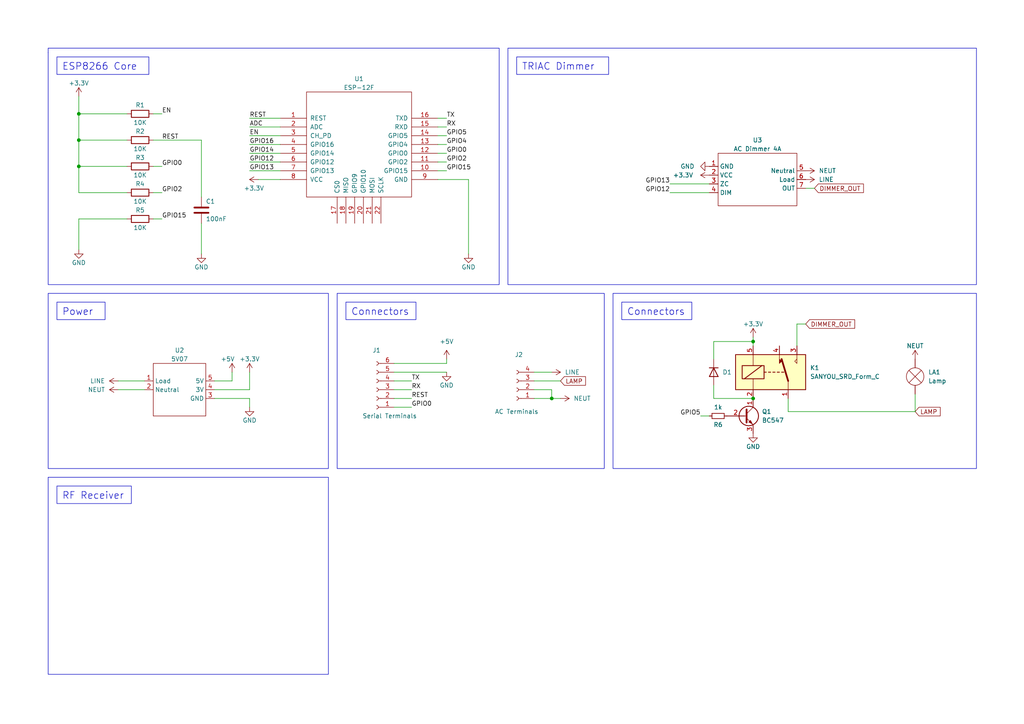
<source format=kicad_sch>
(kicad_sch (version 20230121) (generator eeschema)
  (paper "A4")
  (title_block (title "Wi-Fi + RF AC Dimmer") (date "2023-08-23") (rev "2.0.0") (company "Pablo Ortiz López") (comment 1 "ortizma.com"))
  (lib_symbols
    (symbol "5V07:5V07"
      (property "Reference" "U" (at 0 -2.54 0))
      (symbol "5V07_0_1"
        (rectangle (start -7.62 10.16) (end 7.62 -5.08))
      )
      (symbol "5V07_1_1"
        (pin input line (at -10.16 5.08 0) (length 2.54) (name "Load") (number "1"))
        (pin input line (at -10.16 2.54 0) (length 2.54) (name "Neutral") (number "2"))
        (pin output line (at 10.16 0 180) (length 2.54) (name "GND") (number "3"))
        (pin output line (at 10.16 2.54 180) (length 2.54) (name "3V") (number "4"))
        (pin output line (at 10.16 5.08 180) (length 2.54) (name "5V") (number "5"))
      )
    )
    (symbol "AC Dimmer 4A:AC_Dimmer_4A"
      (property "Reference" "U" (at 0 0 0))
      (symbol "AC_Dimmer_4A_0_1"
        (rectangle (start -11.43 7.62) (end 11.43 -7.62))
      )
      (symbol "AC_Dimmer_4A_1_1"
        (pin input line (at -13.97 3.81 0) (length 2.54) (name "GND") (number "1"))
        (pin input line (at -13.97 1.27 0) (length 2.54) (name "VCC") (number "2"))
        (pin output line (at -13.97 -1.27 0) (length 2.54) (name "ZC") (number "3"))
        (pin input line (at -13.97 -3.81 0) (length 2.54) (name "DIM") (number "4"))
        (pin input line (at 13.97 2.54 180) (length 2.54) (name "Neutral") (number "5"))
        (pin input line (at 13.97 0 180) (length 2.54) (name "Load") (number "6"))
        (pin input line (at 13.97 -2.54 180) (length 2.54) (name "OUT") (number "7"))
      )
    )
    (symbol "Connector:Conn_01x04_Socket" (pin_names (offset 1.016) hide)
      (property "Reference" "J" (at 0 5.08 0))
      (property "Value" "Conn_01x04_Socket" (at 0 -7.62 0))
      (symbol "Conn_01x04_Socket_1_1"
        (arc (start 0 -4.572) (mid -0.5058 -5.08) (end 0 -5.588) (stroke (width 0.1524)))
        (arc (start 0 -2.032) (mid -0.5058 -2.54) (end 0 -3.048) (stroke (width 0.1524)))
        (polyline (pts (xy -1.27 -5.08) (xy -0.508 -5.08)) (stroke (width 0.1524)))
        (polyline (pts (xy -1.27 -2.54) (xy -0.508 -2.54)) (stroke (width 0.1524)))
        (polyline (pts (xy -1.27 0) (xy -0.508 0)) (stroke (width 0.1524)))
        (polyline (pts (xy -1.27 2.54) (xy -0.508 2.54)) (stroke (width 0.1524)))
        (arc (start 0 0.508) (mid -0.5058 0) (end 0 -0.508) (stroke (width 0.1524)))
        (arc (start 0 3.048) (mid -0.5058 2.54) (end 0 2.032) (stroke (width 0.1524)))
        (pin passive line (at -5.08 2.54 0) (length 3.81) (name "Pin_1") (number "1"))
        (pin passive line (at -5.08 0 0) (length 3.81) (name "Pin_2") (number "2"))
        (pin passive line (at -5.08 -2.54 0) (length 3.81) (name "Pin_3") (number "3"))
        (pin passive line (at -5.08 -5.08 0) (length 3.81) (name "Pin_4") (number "4"))
      )
    )
    (symbol "Connector:Conn_01x06_Female" (pin_names (offset 1.016) hide)
      (property "Reference" "J" (at 0 7.62 0))
      (property "Value" "Conn_01x06_Female" (at 0 -10.16 0))
      (symbol "Conn_01x06_Female_1_1"
        (arc (start 0 -7.112) (mid -0.5058 -7.62) (end 0 -8.128) (stroke (width 0.1524)))
        (arc (start 0 -4.572) (mid -0.5058 -5.08) (end 0 -5.588) (stroke (width 0.1524)))
        (arc (start 0 -2.032) (mid -0.5058 -2.54) (end 0 -3.048) (stroke (width 0.1524)))
        (polyline (pts (xy -1.27 -7.62) (xy -0.508 -7.62)) (stroke (width 0.1524)))
        (polyline (pts (xy -1.27 -5.08) (xy -0.508 -5.08)) (stroke (width 0.1524)))
        (polyline (pts (xy -1.27 -2.54) (xy -0.508 -2.54)) (stroke (width 0.1524)))
        (polyline (pts (xy -1.27 0) (xy -0.508 0)) (stroke (width 0.1524)))
        (polyline (pts (xy -1.27 2.54) (xy -0.508 2.54)) (stroke (width 0.1524)))
        (polyline (pts (xy -1.27 5.08) (xy -0.508 5.08)) (stroke (width 0.1524)))
        (arc (start 0 0.508) (mid -0.5058 0) (end 0 -0.508) (stroke (width 0.1524)))
        (arc (start 0 3.048) (mid -0.5058 2.54) (end 0 2.032) (stroke (width 0.1524)))
        (arc (start 0 5.588) (mid -0.5058 5.08) (end 0 4.572) (stroke (width 0.1524)))
        (pin passive line (at -5.08 5.08 0) (length 3.81) (name "Pin_1") (number "1"))
        (pin passive line (at -5.08 2.54 0) (length 3.81) (name "Pin_2") (number "2"))
        (pin passive line (at -5.08 0 0) (length 3.81) (name "Pin_3") (number "3"))
        (pin passive line (at -5.08 -2.54 0) (length 3.81) (name "Pin_4") (number "4"))
        (pin passive line (at -5.08 -5.08 0) (length 3.81) (name "Pin_5") (number "5"))
        (pin passive line (at -5.08 -7.62 0) (length 3.81) (name "Pin_6") (number "6"))
      )
    )
    (symbol "Device:C" (pin_numbers hide) (pin_names (offset 0.254))
      (property "Reference" "C" (at 0.635 2.54 0))
      (property "Value" "C" (at 0.635 -2.54 0))
      (symbol "C_0_1"
        (polyline (pts (xy -2.032 -0.762) (xy 2.032 -0.762)) (stroke (width 0.508)))
        (polyline (pts (xy -2.032 0.762) (xy 2.032 0.762)) (stroke (width 0.508)))
      )
      (symbol "C_1_1"
        (pin passive line (at 0 3.81 270) (length 2.794) (name "~") (number "1"))
        (pin passive line (at 0 -3.81 90) (length 2.794) (name "~") (number "2"))
      )
    )
    (symbol "Device:Lamp" (pin_numbers hide) (pin_names (offset 0.0254) hide)
      (property "Reference" "LA" (at 0.635 3.81 0))
      (property "Value" "Lamp" (at 0.635 -3.81 0))
      (symbol "Lamp_0_1"
        (polyline (pts (xy -1.778 1.778) (xy 1.778 -1.778)))
        (polyline (pts (xy 1.778 1.778) (xy -1.778 -1.778)))
        (circle (center 0 0) (radius 2.54))
      )
      (symbol "Lamp_1_1"
        (pin passive line (at 0 -5.08 90) (length 2.54) (name "-") (number "1"))
        (pin passive line (at 0 5.08 270) (length 2.54) (name "+") (number "2"))
      )
    )
    (symbol "Device:R" (pin_numbers hide) (pin_names (offset 0))
      (property "Reference" "R" (at 2.032 0 90))
      (property "Value" "R" (at 0 0 90))
      (symbol "R_0_1"
        (rectangle (start -1.016 -2.54) (end 1.016 2.54) (stroke (width 0.254)))
      )
      (symbol "R_1_1"
        (pin passive line (at 0 3.81 270) (length 1.27) (name "~") (number "1"))
        (pin passive line (at 0 -3.81 90) (length 1.27) (name "~") (number "2"))
      )
    )
    (symbol "Device:R_Small" (pin_numbers hide) (pin_names (offset 0.254) hide)
      (property "Reference" "R" (at 0.762 0.508 0))
      (property "Value" "R_Small" (at 0.762 -1.016 0))
      (symbol "R_Small_0_1"
        (rectangle (start -0.762 1.778) (end 0.762 -1.778) (stroke (width 0.2032)))
      )
      (symbol "R_Small_1_1"
        (pin passive line (at 0 2.54 270) (length 0.762) (name "~") (number "1"))
        (pin passive line (at 0 -2.54 90) (length 0.762) (name "~") (number "2"))
      )
    )
    (symbol "Diode:1N4007" (pin_numbers hide) (pin_names hide)
      (property "Reference" "D" (at 0 2.54 0))
      (property "Value" "1N4007" (at 0 -2.54 0))
      (symbol "1N4007_0_1"
        (polyline (pts (xy -1.27 1.27) (xy -1.27 -1.27)) (stroke (width 0.254)))
        (polyline (pts (xy 1.27 0) (xy -1.27 0)))
        (polyline (pts (xy 1.27 1.27) (xy 1.27 -1.27) (xy -1.27 0) (xy 1.27 1.27)) (stroke (width 0.254)))
      )
      (symbol "1N4007_1_1"
        (pin passive line (at -3.81 0 0) (length 2.54) (name "K") (number "1"))
        (pin passive line (at 3.81 0 180) (length 2.54) (name "A") (number "2"))
      )
    )
    (symbol "ESP8266:ESP-12F" (pin_names (offset 1.016))
      (property "Reference" "U" (at 0 -2.54 0))
      (property "Value" "ESP-12F" (at 0 2.54 0))
      (symbol "ESP-12F_1_0"
        (rectangle (start -15.24 -15.24) (end 15.24 15.24))
      )
      (symbol "ESP-12F_1_1"
        (pin input line (at -22.86 7.62 0) (length 7.62) (name "REST") (number "1"))
        (pin bidirectional line (at 22.86 -7.62 180) (length 7.62) (name "GPIO15") (number "10"))
        (pin bidirectional line (at 22.86 -5.08 180) (length 7.62) (name "GPIO2") (number "11"))
        (pin bidirectional line (at 22.86 -2.54 180) (length 7.62) (name "GPIO0") (number "12"))
        (pin bidirectional line (at 22.86 0 180) (length 7.62) (name "GPIO4") (number "13"))
        (pin bidirectional line (at 22.86 2.54 180) (length 7.62) (name "GPIO5") (number "14"))
        (pin input line (at 22.86 5.08 180) (length 7.62) (name "RXD") (number "15"))
        (pin output line (at 22.86 7.62 180) (length 7.62) (name "TXD") (number "16"))
        (pin bidirectional line (at -6.35 -22.86 90) (length 7.62) (name "CS0") (number "17"))
        (pin bidirectional line (at -3.81 -22.86 90) (length 7.62) (name "MISO") (number "18"))
        (pin bidirectional line (at -1.27 -22.86 90) (length 7.62) (name "GPIO9") (number "19"))
        (pin passive line (at -22.86 5.08 0) (length 7.62) (name "ADC") (number "2"))
        (pin bidirectional line (at 1.27 -22.86 90) (length 7.62) (name "GPIO10") (number "20"))
        (pin bidirectional line (at 3.81 -22.86 90) (length 7.62) (name "MOSI") (number "21"))
        (pin bidirectional line (at 6.35 -22.86 90) (length 7.62) (name "SCLK") (number "22"))
        (pin input line (at -22.86 2.54 0) (length 7.62) (name "CH_PD") (number "3"))
        (pin bidirectional line (at -22.86 0 0) (length 7.62) (name "GPIO16") (number "4"))
        (pin bidirectional line (at -22.86 -2.54 0) (length 7.62) (name "GPIO14") (number "5"))
        (pin bidirectional line (at -22.86 -5.08 0) (length 7.62) (name "GPIO12") (number "6"))
        (pin bidirectional line (at -22.86 -7.62 0) (length 7.62) (name "GPIO13") (number "7"))
        (pin power_in line (at -22.86 -10.16 0) (length 7.62) (name "VCC") (number "8"))
        (pin power_in line (at 22.86 -10.16 180) (length 7.62) (name "GND") (number "9"))
      )
    )
    (symbol "Relay:SANYOU_SRD_Form_C"
      (property "Reference" "K" (at 11.43 3.81 0))
      (property "Value" "SANYOU_SRD_Form_C" (at 11.43 1.27 0))
      (symbol "SANYOU_SRD_Form_C_0_0"
        (polyline (pts (xy 7.62 5.08) (xy 7.62 2.54) (xy 6.985 3.175) (xy 7.62 3.81)))
      )
      (symbol "SANYOU_SRD_Form_C_0_1"
        (rectangle (start -10.16 5.08) (end 10.16 -5.08) (stroke (width 0.254)) (fill (type background)))
        (rectangle (start -8.255 1.905) (end -1.905 -1.905) (stroke (width 0.254)))
        (polyline (pts (xy -7.62 -1.905) (xy -2.54 1.905)) (stroke (width 0.254)))
        (polyline (pts (xy -5.08 -5.08) (xy -5.08 -1.905)))
        (polyline (pts (xy -5.08 5.08) (xy -5.08 1.905)))
        (polyline (pts (xy -1.905 0) (xy -1.27 0)) (stroke (width 0.254)))
        (polyline (pts (xy -0.635 0) (xy 0 0)) (stroke (width 0.254)))
        (polyline (pts (xy 0.635 0) (xy 1.27 0)) (stroke (width 0.254)))
        (polyline (pts (xy 1.905 0) (xy 2.54 0)) (stroke (width 0.254)))
        (polyline (pts (xy 3.175 0) (xy 3.81 0)) (stroke (width 0.254)))
        (polyline (pts (xy 5.08 -2.54) (xy 3.175 3.81)) (stroke (width 0.508)))
        (polyline (pts (xy 5.08 -2.54) (xy 5.08 -5.08)))
      )
      (symbol "SANYOU_SRD_Form_C_1_1"
        (polyline (pts (xy 2.54 3.81) (xy 3.175 3.175) (xy 2.54 2.54) (xy 2.54 5.08)) (fill (type outline)))
        (pin passive line (at 5.08 -7.62 90) (length 2.54) (name "~") (number "1"))
        (pin passive line (at -5.08 -7.62 90) (length 2.54) (name "~") (number "2"))
        (pin passive line (at 7.62 7.62 270) (length 2.54) (name "~") (number "3"))
        (pin passive line (at 2.54 7.62 270) (length 2.54) (name "~") (number "4"))
        (pin passive line (at -5.08 7.62 270) (length 2.54) (name "~") (number "5"))
      )
    )
    (symbol "Transistor_BJT:BC547" (pin_names (offset 0) hide)
      (property "Reference" "Q" (at 5.08 1.905 0))
      (property "Value" "BC547" (at 5.08 0 0))
      (symbol "BC547_0_1"
        (polyline (pts (xy 0 0) (xy 0.635 0)))
        (polyline (pts (xy 0.635 0.635) (xy 2.54 2.54)))
        (polyline (pts (xy 0.635 -0.635) (xy 2.54 -2.54) (xy 2.54 -2.54)))
        (polyline (pts (xy 0.635 1.905) (xy 0.635 -1.905) (xy 0.635 -1.905)) (stroke (width 0.508)))
        (polyline (pts (xy 1.27 -1.778) (xy 1.778 -1.27) (xy 2.286 -2.286) (xy 1.27 -1.778) (xy 1.27 -1.778)) (fill (type outline)))
        (circle (center 1.27 0) (radius 2.8194) (stroke (width 0.254)))
      )
      (symbol "BC547_1_1"
        (pin passive line (at 2.54 5.08 270) (length 2.54) (name "C") (number "1"))
        (pin input line (at -5.08 0 0) (length 5.08) (name "B") (number "2"))
        (pin passive line (at 2.54 -5.08 90) (length 2.54) (name "E") (number "3"))
      )
    )
    (symbol "power:+3.3V" (power) (pin_names (offset 0))
      (property "Value" "+3.3V" (at 0 3.556 0))
      (symbol "+3.3V_0_1"
        (polyline (pts (xy -0.762 1.27) (xy 0 2.54)))
        (polyline (pts (xy 0 0) (xy 0 2.54)))
        (polyline (pts (xy 0 2.54) (xy 0.762 1.27)))
      )
      (symbol "+3.3V_1_1"
        (pin power_in line (at 0 0 90) (length 0) hide (name "+3.3V") (number "1"))
      )
    )
    (symbol "power:+5V" (power) (pin_names (offset 0))
      (property "Value" "+5V" (at 0 3.556 0))
      (symbol "+5V_0_1"
        (polyline (pts (xy -0.762 1.27) (xy 0 2.54)))
        (polyline (pts (xy 0 0) (xy 0 2.54)))
        (polyline (pts (xy 0 2.54) (xy 0.762 1.27)))
      )
      (symbol "+5V_1_1"
        (pin power_in line (at 0 0 90) (length 0) hide (name "+5V") (number "1"))
      )
    )
    (symbol "power:GND" (power) (pin_names (offset 0))
      (property "Value" "GND" (at 0 -3.81 0))
      (symbol "GND_0_1"
        (polyline (pts (xy 0 0) (xy 0 -1.27) (xy 1.27 -1.27) (xy 0 -2.54) (xy -1.27 -1.27) (xy 0 -1.27)))
      )
      (symbol "GND_1_1"
        (pin power_in line (at 0 0 270) (length 0) hide (name "GND") (number "1"))
      )
    )
    (symbol "power:LINE" (power) (pin_names (offset 0))
      (property "Value" "LINE" (at 0 3.81 0))
      (symbol "LINE_0_1"
        (polyline (pts (xy -0.762 1.27) (xy 0 2.54)))
        (polyline (pts (xy 0 0) (xy 0 2.54)))
        (polyline (pts (xy 0 2.54) (xy 0.762 1.27)))
      )
      (symbol "LINE_1_1"
        (pin power_in line (at 0 0 90) (length 0) hide (name "LINE") (number "1"))
      )
    )
    (symbol "power:NEUT" (power) (pin_names (offset 0))
      (property "Value" "NEUT" (at 0 3.81 0))
      (symbol "NEUT_0_1"
        (polyline (pts (xy -0.762 1.27) (xy 0 2.54)))
        (polyline (pts (xy 0 0) (xy 0 2.54)))
        (polyline (pts (xy 0 2.54) (xy 0.762 1.27)))
      )
      (symbol "NEUT_1_1"
        (pin power_in line (at 0 0 90) (length 0) hide (name "NEUT") (number "1"))
      )
    )
  )
  (junction (at 160.02 115.57))
  (junction (at 22.86 33.02))
  (junction (at 218.44 99.06))
  (junction (at 218.44 115.57))
  (junction (at 22.86 48.26))
  (junction (at 22.86 40.64))
  (wire (pts (xy 114.3 107.95) (xy 129.54 107.95)))
  (wire (pts (xy 236.22 54.61) (xy 233.68 54.61)))
  (wire (pts (xy 44.45 40.64) (xy 58.42 40.64)))
  (wire (pts (xy 62.23 113.03) (xy 72.39 113.03)))
  (wire (pts (xy 203.2 120.65) (xy 205.74 120.65)))
  (wire (pts (xy 62.23 110.49) (xy 67.31 110.49)))
  (wire (pts (xy 160.02 115.57) (xy 162.56 115.57)))
  (wire (pts (xy 36.83 63.5) (xy 22.86 63.5)))
  (wire (pts (xy 34.29 110.49) (xy 41.91 110.49)))
  (wire (pts (xy 72.39 39.37) (xy 81.28 39.37)))
  (wire (pts (xy 36.83 48.26) (xy 22.86 48.26)))
  (wire (pts (xy 194.31 53.34) (xy 205.74 53.34)))
  (wire (pts (xy 265.43 114.3) (xy 265.43 119.38)))
  (wire (pts (xy 129.54 105.41) (xy 129.54 104.14)))
  (wire (pts (xy 22.86 33.02) (xy 22.86 40.64)))
  (wire (pts (xy 154.94 107.95) (xy 160.02 107.95)))
  (wire (pts (xy 207.01 99.06) (xy 218.44 99.06)))
  (wire (pts (xy 46.99 55.88) (xy 44.45 55.88)))
  (wire (pts (xy 46.99 63.5) (xy 44.45 63.5)))
  (wire (pts (xy 154.94 115.57) (xy 160.02 115.57)))
  (wire (pts (xy 127 44.45) (xy 129.54 44.45)))
  (wire (pts (xy 114.3 118.11) (xy 119.38 118.11)))
  (wire (pts (xy 22.86 27.94) (xy 22.86 33.02)))
  (wire (pts (xy 46.99 33.02) (xy 44.45 33.02)))
  (wire (pts (xy 22.86 63.5) (xy 22.86 72.39)))
  (wire (pts (xy 58.42 57.15) (xy 58.42 40.64)))
  (wire (pts (xy 72.39 46.99) (xy 81.28 46.99)))
  (wire (pts (xy 34.29 113.03) (xy 41.91 113.03)))
  (wire (pts (xy 218.44 99.06) (xy 218.44 100.33)))
  (wire (pts (xy 72.39 115.57) (xy 72.39 118.11)))
  (wire (pts (xy 162.56 110.49) (xy 154.94 110.49)))
  (wire (pts (xy 67.31 110.49) (xy 67.31 107.95)))
  (wire (pts (xy 114.3 110.49) (xy 119.38 110.49)))
  (wire (pts (xy 231.14 93.98) (xy 231.14 100.33)))
  (wire (pts (xy 129.54 36.83) (xy 127 36.83)))
  (wire (pts (xy 154.94 113.03) (xy 160.02 113.03)))
  (wire (pts (xy 228.6 119.38) (xy 228.6 115.57)))
  (wire (pts (xy 36.83 40.64) (xy 22.86 40.64)))
  (wire (pts (xy 36.83 33.02) (xy 22.86 33.02)))
  (wire (pts (xy 207.01 115.57) (xy 218.44 115.57)))
  (wire (pts (xy 160.02 113.03) (xy 160.02 115.57)))
  (wire (pts (xy 22.86 48.26) (xy 22.86 55.88)))
  (wire (pts (xy 207.01 111.76) (xy 207.01 115.57)))
  (wire (pts (xy 129.54 39.37) (xy 127 39.37)))
  (wire (pts (xy 72.39 36.83) (xy 81.28 36.83)))
  (wire (pts (xy 74.93 52.07) (xy 81.28 52.07)))
  (wire (pts (xy 62.23 115.57) (xy 72.39 115.57)))
  (wire (pts (xy 228.6 119.38) (xy 265.43 119.38)))
  (wire (pts (xy 127 49.53) (xy 129.54 49.53)))
  (wire (pts (xy 58.42 64.77) (xy 58.42 73.66)))
  (wire (pts (xy 72.39 49.53) (xy 81.28 49.53)))
  (wire (pts (xy 72.39 41.91) (xy 81.28 41.91)))
  (wire (pts (xy 46.99 48.26) (xy 44.45 48.26)))
  (wire (pts (xy 129.54 34.29) (xy 127 34.29)))
  (wire (pts (xy 194.31 55.88) (xy 205.74 55.88)))
  (wire (pts (xy 129.54 41.91) (xy 127 41.91)))
  (wire (pts (xy 36.83 55.88) (xy 22.86 55.88)))
  (wire (pts (xy 72.39 44.45) (xy 81.28 44.45)))
  (wire (pts (xy 135.89 73.66) (xy 135.89 52.07)))
  (wire (pts (xy 72.39 34.29) (xy 81.28 34.29)))
  (wire (pts (xy 129.54 46.99) (xy 127 46.99)))
  (wire (pts (xy 22.86 40.64) (xy 22.86 48.26)))
  (wire (pts (xy 127 52.07) (xy 135.89 52.07)))
  (wire (pts (xy 114.3 113.03) (xy 119.38 113.03)))
  (wire (pts (xy 233.68 93.98) (xy 231.14 93.98)))
  (wire (pts (xy 72.39 113.03) (xy 72.39 107.95)))
  (wire (pts (xy 207.01 104.14) (xy 207.01 99.06)))
  (wire (pts (xy 114.3 115.57) (xy 119.38 115.57)))
  (wire (pts (xy 218.44 97.79) (xy 218.44 99.06)))
  (wire (pts (xy 114.3 105.41) (xy 129.54 105.41)))
  (rectangle (start 13.97 15.24) (end 13.97 15.24))
  (rectangle (start 13.97 85.09) (end 95.25 135.89))
  (rectangle (start 177.8 85.09) (end 283.21 135.89))
  (rectangle (start 13.97 13.97) (end 144.78 82.55))
  (rectangle (start 97.79 85.09) (end 175.26 135.89))
  (rectangle (start 13.97 138.43) (end 95.25 195.58))
  (rectangle (start 147.32 13.97) (end 283.21 82.55))
  (rectangle (start 13.97 15.24) (end 13.97 15.24))
  (text_box "ESP8266 Core" (at 16.51 16.51 0) (size 26.67 5.08) (effects (font (size 2 2)) (justify left top)))
  (text_box "Power" (at 16.51 87.63 0) (size 13.97 5.08) (effects (font (size 2 2)) (justify left top)))
  (text_box "TRIAC Dimmer" (at 149.86 16.51 0) (size 26.67 5.08) (effects (font (size 2 2)) (justify left top)))
  (text_box "Connectors" (at 100.33 87.63 0) (size 20.32 5.08) (effects (font (size 2 2)) (justify left top)))
  (text_box "Connectors" (at 180.34 87.63 0) (size 20.32 5.08) (effects (font (size 2 2)) (justify left top)))
  (text_box "RF Receiver" (at 16.51 140.97 0) (size 21.59 5.08) (effects (font (size 2 2)) (justify left top)))
  (label "GPIO2" (at 129.54 46.99 0))
  (label "ADC" (at 72.39 36.83 0))
  (label "RX" (at 119.38 113.03 0))
  (label "GPIO15" (at 46.99 63.5 0))
  (label "RX" (at 129.54 36.83 0))
  (label "EN" (at 72.39 39.37 0))
  (label "GPIO12" (at 72.39 46.99 0))
  (label "TX" (at 119.38 110.49 0))
  (label "GPIO5" (at 129.54 39.37 0))
  (label "GPIO13" (at 194.31 53.34 180))
  (label "REST" (at 119.38 115.57 0))
  (label "TX" (at 129.54 34.29 0))
  (label "GPIO13" (at 72.39 49.53 0))
  (label "REST" (at 46.99 40.64 0))
  (label "GPIO14" (at 72.39 44.45 0))
  (label "REST" (at 72.39 34.29 0))
  (label "GPIO16" (at 72.39 41.91 0))
  (label "EN" (at 46.99 33.02 0))
  (label "GPIO4" (at 129.54 41.91 0))
  (label "GPIO15" (at 129.54 49.53 0))
  (label "GPIO2" (at 46.99 55.88 0))
  (label "GPIO12" (at 194.31 55.88 180))
  (label "GPIO5" (at 203.2 120.65 180))
  (label "GPIO0" (at 46.99 48.26 0))
  (label "GPIO0" (at 119.38 118.11 0))
  (label "GPIO0" (at 129.54 44.45 0))
  (global_label "LAMP" (shape input) (at 162.56 110.49 0) (property "Intersheetrefs" "${INTERSHEET_REFS}" (effects hide)))
  (global_label "DIMMER_OUT" (shape input) (at 233.68 93.98 0) (property "Intersheetrefs" "${INTERSHEET_REFS}" (effects hide)))
  (global_label "LAMP" (shape input) (at 265.43 119.38 0) (property "Intersheetrefs" "${INTERSHEET_REFS}" (effects hide)))
  (global_label "DIMMER_OUT" (shape input) (at 236.22 54.61 0) (property "Intersheetrefs" "${INTERSHEET_REFS}" (effects hide)))
  (symbol (lib_id "Device:R") (at 40.64 40.64 90) (unit 1)
    (property "Reference" "R2" (at 40.64 38.1 90))
    (property "Value" "10K" (at 40.64 43.18 90))
    (property "Footprint" "Resistor_SMD:R_1206_3216Metric_Pad1.30x1.75mm_HandSolder" (effects hide))
  )
  (symbol (lib_id "Connector:Conn_01x06_Female") (at 109.22 113.03 180) (unit 1)
    (property "Reference" "J1" (at 109.22 101.6 0))
    (property "Value" "Serial Terminals" (at 113.03 120.65 0))
    (property "Footprint" "Connector_JST:JST_PH_B6B-PH-K_1x06_P2.00mm_Vertical" (effects hide))
  )
  (symbol (lib_id "power:+3.3V") (at 218.44 97.79 0) (unit 1)
    (property "Reference" "#PWR020" (effects hide))
    (property "Value" "+3.3V" (at 218.44 93.98 0))
  )
  (symbol (lib_id "power:LINE") (at 160.02 107.95 270) (unit 1)
    (property "Reference" "#PWR022" (effects hide))
    (property "Value" "LINE" (at 163.83 107.95 90) (effects (justify left)))
  )
  (symbol (lib_id "Relay:SANYOU_SRD_Form_C") (at 223.52 107.95 0) (unit 1)
    (property "Reference" "K1" (at 234.95 106.68 0) (effects (justify left)))
    (property "Value" "SANYOU_SRD_Form_C" (at 234.95 109.22 0) (effects (justify left)))
    (property "Footprint" "Relay_THT:Relay_SPDT_SANYOU_SRD_Series_Form_C" (effects hide))
    (property "Datasheet" "http://www.sanyourelay.ca/public/products/pdf/SRD.pdf" (effects hide))
  )
  (symbol (lib_id "Device:R") (at 40.64 63.5 90) (unit 1)
    (property "Reference" "R5" (at 40.64 60.96 90))
    (property "Value" "10K" (at 40.64 66.04 90))
    (property "Footprint" "Resistor_SMD:R_1206_3216Metric_Pad1.30x1.75mm_HandSolder" (effects hide))
  )
  (symbol (lib_id "power:GND") (at 22.86 72.39 0) (unit 1)
    (property "Reference" "#PWR02" (effects hide))
    (property "Value" "GND" (at 22.86 76.2 0))
  )
  (symbol (lib_id "power:GND") (at 135.89 73.66 0) (unit 1)
    (property "Reference" "#PWR05" (effects hide))
    (property "Value" "GND" (at 135.89 77.47 0))
  )
  (symbol (lib_id "power:LINE") (at 233.68 52.07 270) (unit 1)
    (property "Reference" "#PWR019" (effects hide))
    (property "Value" "LINE" (at 237.49 52.07 90) (effects (justify left)))
  )
  (symbol (lib_id "Device:Lamp") (at 265.43 109.22 0) (unit 1)
    (property "Reference" "LA1" (at 269.24 107.95 0) (effects (justify left)))
    (property "Value" "Lamp" (at 269.24 110.49 0) (effects (justify left)))
  )
  (symbol (lib_id "power:LINE") (at 34.29 110.49 90) (unit 1)
    (property "Reference" "#PWR09" (effects hide))
    (property "Value" "LINE" (at 30.48 110.49 90) (effects (justify left)))
  )
  (symbol (lib_id "power:NEUT") (at 162.56 115.57 270) (unit 1)
    (property "Reference" "#PWR018" (effects hide))
    (property "Value" "NEUT" (at 166.37 115.57 90) (effects (justify left)))
  )
  (symbol (lib_id "power:GND") (at 205.74 48.26 270) (unit 1)
    (property "Reference" "#PWR013" (effects hide))
    (property "Value" "GND" (at 199.39 48.26 90))
  )
  (symbol (lib_id "Device:R") (at 40.64 48.26 90) (unit 1)
    (property "Reference" "R3" (at 40.64 45.72 90))
    (property "Value" "10K" (at 40.64 50.8 90))
    (property "Footprint" "Resistor_SMD:R_1206_3216Metric_Pad1.30x1.75mm_HandSolder" (effects hide))
  )
  (symbol (lib_id "power:+5V") (at 129.54 104.14 0) (unit 1)
    (property "Reference" "#PWR06" (effects hide))
    (property "Value" "+5V" (at 129.54 99.06 0))
  )
  (symbol (lib_id "power:+3.3V") (at 74.93 52.07 90) (unit 1)
    (property "Reference" "#PWR04" (effects hide))
    (property "Value" "+3.3V" (at 73.66 54.61 90))
  )
  (symbol (lib_id "Device:C") (at 58.42 60.96 0) (unit 1)
    (property "Reference" "C1" (at 59.69 58.42 0) (effects (justify left)))
    (property "Value" "100nF" (at 59.69 63.5 0) (effects (justify left)))
    (property "Footprint" "Capacitor_SMD:C_1210_3225Metric_Pad1.33x2.70mm_HandSolder" (effects hide))
  )
  (symbol (lib_id "Device:R_Small") (at 208.28 120.65 90) (unit 1)
    (property "Reference" "R6" (at 208.28 123.19 90))
    (property "Value" "1k" (at 208.28 118.11 90))
  )
  (symbol (lib_id "Connector:Conn_01x04_Socket") (at 149.86 113.03 180) (unit 1)
    (property "Reference" "J2" (at 150.495 102.87 0))
    (property "Value" "AC Terminals" (at 149.86 119.38 0))
    (property "Footprint" "TerminalBlock:TerminalBlock_bornier-4_P5.08mm" (effects hide))
  )
  (symbol (lib_id "power:NEUT") (at 233.68 49.53 270) (unit 1)
    (property "Reference" "#PWR016" (effects hide))
    (property "Value" "NEUT" (at 237.49 49.53 90) (effects (justify left)))
  )
  (symbol (lib_id "power:+5V") (at 67.31 107.95 0) (unit 1)
    (property "Reference" "#PWR011" (effects hide))
    (property "Value" "+5V" (at 66.04 104.14 0))
  )
  (symbol (lib_id "Diode:1N4007") (at 207.01 107.95 270) (unit 1)
    (property "Reference" "D1" (at 209.55 107.95 90) (effects (justify left)))
    (property "Value" "1N4007" (effects hide))
    (property "Footprint" "Diode_THT:D_DO-41_SOD81_P10.16mm_Horizontal" (effects hide))
    (property "Datasheet" "http://www.vishay.com/docs/88503/1n4001.pdf" (effects hide))
    (property "Sim.Device" "D" (effects hide))
    (property "Sim.Pins" "1=K 2=A" (effects hide))
  )
  (symbol (lib_id "power:GND") (at 218.44 125.73 0) (unit 1)
    (property "Reference" "#PWR021" (effects hide))
    (property "Value" "GND" (at 218.44 129.54 0))
  )
  (symbol (lib_id "Device:R") (at 40.64 55.88 90) (unit 1)
    (property "Reference" "R4" (at 40.64 53.34 90))
    (property "Value" "10K" (at 40.64 58.42 90))
    (property "Footprint" "Resistor_SMD:R_1206_3216Metric_Pad1.30x1.75mm_HandSolder" (effects hide))
  )
  (symbol (lib_id "ESP8266:ESP-12F") (at 104.14 41.91 0) (unit 1)
    (property "Reference" "U1" (at 104.14 22.86 0))
    (property "Value" "ESP-12F" (at 104.14 25.4 0))
    (property "Footprint" "AA_Footprints:ESP-12E_SMD" (effects hide))
    (property "Datasheet" "http://l0l.org.uk/2014/12/esp8266-modules-hardware-guide-gotta-catch-em-all/" (effects hide))
  )
  (symbol (lib_id "5V07:5V07") (at 52.07 115.57 0) (unit 1)
    (property "Reference" "U2" (at 52.07 101.6 0))
    (property "Value" "5V07" (at 52.07 104.14 0))
    (property "Footprint" "AA_Footprints:5V07" (effects hide))
  )
  (symbol (lib_id "Transistor_BJT:BC547") (at 215.9 120.65 0) (unit 1)
    (property "Reference" "Q1" (at 220.98 119.38 0) (effects (justify left)))
    (property "Value" "BC547" (at 220.98 121.92 0) (effects (justify left)))
    (property "Footprint" "Package_TO_SOT_THT:TO-92_Inline" (effects hide))
    (property "Datasheet" "https://www.onsemi.com/pub/Collateral/BC550-D.pdf" (effects hide))
  )
  (symbol (lib_id "power:+3.3V") (at 72.39 107.95 0) (unit 1)
    (property "Reference" "#PWR010" (effects hide))
    (property "Value" "+3.3V" (at 72.39 104.14 0))
  )
  (symbol (lib_id "power:+3.3V") (at 22.86 27.94 0) (unit 1)
    (property "Reference" "#PWR01" (effects hide))
    (property "Value" "+3.3V" (at 22.86 24.13 0))
  )
  (symbol (lib_id "power:GND") (at 129.54 107.95 0) (unit 1)
    (property "Reference" "#PWR07" (effects hide))
    (property "Value" "GND" (at 129.54 111.76 0))
  )
  (symbol (lib_id "AC Dimmer 4A:AC_Dimmer_4A") (at 219.71 52.07 0) (unit 1)
    (property "Reference" "U3" (at 219.71 40.64 0))
    (property "Value" "AC Dimmer 4A" (at 219.71 43.18 0))
    (property "Footprint" "AA_Footprints:AC Dimmer 4A" (effects hide))
  )
  (symbol (lib_id "power:NEUT") (at 265.43 104.14 0) (unit 1)
    (property "Reference" "#PWR017" (effects hide))
    (property "Value" "NEUT" (at 265.43 100.33 0))
  )
  (symbol (lib_id "power:GND") (at 58.42 73.66 0) (unit 1)
    (property "Reference" "#PWR03" (effects hide))
    (property "Value" "GND" (at 58.42 77.47 0))
  )
  (symbol (lib_id "power:NEUT") (at 34.29 113.03 90) (unit 1)
    (property "Reference" "#PWR08" (effects hide))
    (property "Value" "NEUT" (at 30.48 113.03 90) (effects (justify left)))
  )
  (symbol (lib_id "power:+3.3V") (at 205.74 50.8 90) (unit 1)
    (property "Reference" "#PWR014" (effects hide))
    (property "Value" "+3.3V" (at 198.12 50.8 90))
  )
  (symbol (lib_id "power:GND") (at 72.39 118.11 0) (unit 1)
    (property "Reference" "#PWR012" (effects hide))
    (property "Value" "GND" (at 72.39 121.92 0))
  )
  (symbol (lib_id "Device:R") (at 40.64 33.02 90) (unit 1)
    (property "Reference" "R1" (at 40.64 30.48 90))
    (property "Value" "10K" (at 40.64 35.56 90))
    (property "Footprint" "Resistor_SMD:R_1206_3216Metric_Pad1.30x1.75mm_HandSolder" (effects hide))
  )
)
</source>
